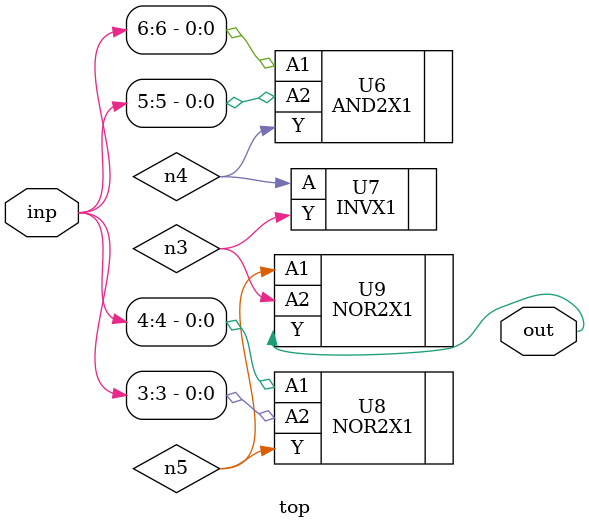
<source format=sv>


module top ( inp, out );
  input [6:0] inp;
  output out;
  wire   n3, n4, n5;

  AND2X1 U6 ( .A1(inp[6]), .A2(inp[5]), .Y(n4) );
  INVX1 U7 ( .A(n4), .Y(n3) );
  NOR2X1 U8 ( .A1(inp[4]), .A2(inp[3]), .Y(n5) );
  NOR2X1 U9 ( .A1(n5), .A2(n3), .Y(out) );
endmodule


</source>
